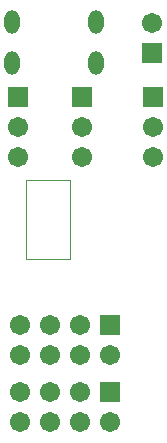
<source format=gbs>
G04*
G04 #@! TF.GenerationSoftware,Altium Limited,Altium Designer,19.0.4 (130)*
G04*
G04 Layer_Color=16711935*
%FSLAX25Y25*%
%MOIN*%
G70*
G01*
G75*
%ADD13C,0.00394*%
%ADD24C,0.06706*%
%ADD25R,0.06706X0.06706*%
%ADD26O,0.05131X0.07887*%
%ADD27R,0.06706X0.06706*%
D13*
X428783Y243311D02*
Y269689D01*
X414217Y243311D02*
Y269689D01*
Y243311D02*
X428783D01*
X414217Y269689D02*
X428783D01*
D24*
X456000Y322000D02*
D03*
X442000Y211500D02*
D03*
X432000Y221500D02*
D03*
Y211500D02*
D03*
X422000Y221500D02*
D03*
Y211500D02*
D03*
X412000Y221500D02*
D03*
Y211500D02*
D03*
X442000Y189000D02*
D03*
X432000Y199000D02*
D03*
Y189000D02*
D03*
X422000Y199000D02*
D03*
Y189000D02*
D03*
X412000Y199000D02*
D03*
Y189000D02*
D03*
X456500Y287500D02*
D03*
Y277500D02*
D03*
X411500Y287500D02*
D03*
Y277500D02*
D03*
X432811Y287500D02*
D03*
Y277500D02*
D03*
D25*
X456000Y312000D02*
D03*
X456500Y297500D02*
D03*
X411500D02*
D03*
X432811D02*
D03*
D26*
X437457Y308850D02*
D03*
X409307D02*
D03*
X437457Y322512D02*
D03*
X409307D02*
D03*
D27*
X442000Y221500D02*
D03*
Y199000D02*
D03*
M02*

</source>
